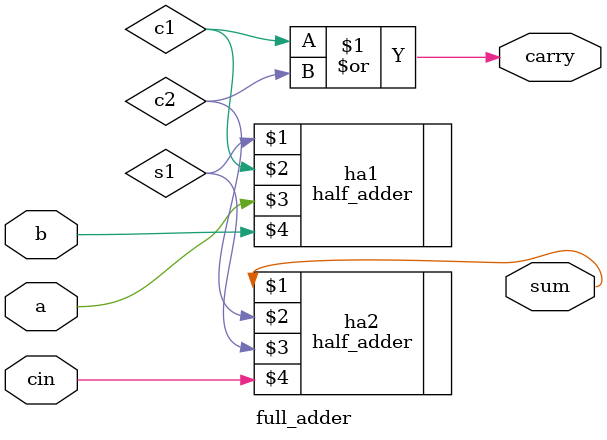
<source format=v>
`include "half_adder.v"

module full_adder(sum, carry, a, b, cin);
    input a, b, cin;
    output sum, carry;
    wire s1, c1, c2;
    half_adder ha1(s1, c1, a, b);
    half_adder ha2(sum, c2, s1, cin);
    or o1(carry, c1, c2);
endmodule
</source>
